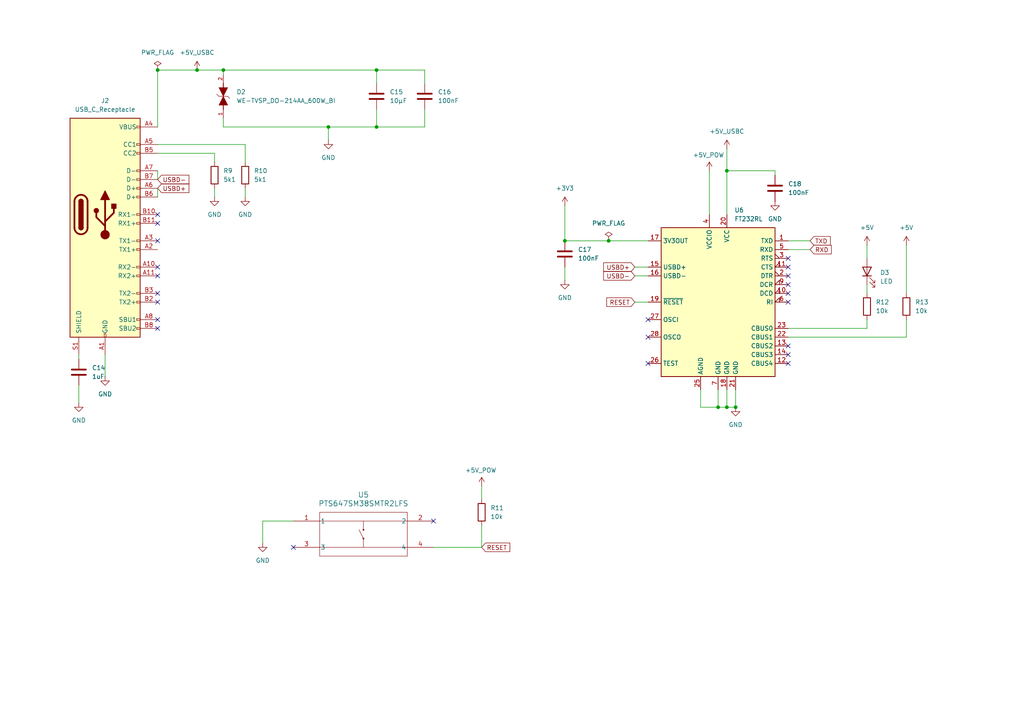
<source format=kicad_sch>
(kicad_sch (version 20231120) (generator "eeschema") (generator_version "8.0")
  (paper "A4")
  (lib_symbols
    (symbol "Connector:USB_C_Receptacle" (pin_names (offset 1.016))
      (property "Reference" "J" (at -10.16 29.21 0))
      (property "Value" "USB_C_Receptacle" (at 10.16 29.21 0))
      (symbol "USB_C_Receptacle_0_0"
        (rectangle (start -0.254 -35.56) (end 0.254 -34.544))
        (rectangle (start 10.16 -32.766) (end 9.144 -33.274))
        (rectangle (start 10.16 -30.226) (end 9.144 -30.734))
        (rectangle (start 10.16 -25.146) (end 9.144 -25.654))
        (rectangle (start 10.16 -22.606) (end 9.144 -23.114))
        (rectangle (start 10.16 -17.526) (end 9.144 -18.034))
        (rectangle (start 10.16 -14.986) (end 9.144 -15.494))
        (rectangle (start 10.16 -9.906) (end 9.144 -10.414))
        (rectangle (start 10.16 -7.366) (end 9.144 -7.874))
        (rectangle (start 10.16 -2.286) (end 9.144 -2.794))
        (rectangle (start 10.16 0.254) (end 9.144 -0.254))
        (rectangle (start 10.16 5.334) (end 9.144 4.826))
        (rectangle (start 10.16 7.874) (end 9.144 7.366))
        (rectangle (start 10.16 10.414) (end 9.144 9.906))
        (rectangle (start 10.16 12.954) (end 9.144 12.446))
        (rectangle (start 10.16 18.034) (end 9.144 17.526))
        (rectangle (start 10.16 20.574) (end 9.144 20.066))
        (rectangle (start 10.16 25.654) (end 9.144 25.146))
      )
      (symbol "USB_C_Receptacle_0_1"
        (rectangle (start -10.16 27.94) (end 10.16 -35.56) (stroke (width 0.254)) (fill (type background)))
        (arc (start -8.89 -3.81) (mid -6.985 -5.7067) (end -5.08 -3.81) (stroke (width 0.508)))
        (arc (start -7.62 -3.81) (mid -6.985 -4.4423) (end -6.35 -3.81) (stroke (width 0.254)))
        (arc (start -7.62 -3.81) (mid -6.985 -4.4423) (end -6.35 -3.81) (stroke (width 0.254)) (fill (type outline)))
        (rectangle (start -7.62 -3.81) (end -6.35 3.81) (stroke (width 0.254)) (fill (type outline)))
        (arc (start -6.35 3.81) (mid -6.985 4.4423) (end -7.62 3.81) (stroke (width 0.254)))
        (arc (start -6.35 3.81) (mid -6.985 4.4423) (end -7.62 3.81) (stroke (width 0.254)) (fill (type outline)))
        (arc (start -5.08 3.81) (mid -6.985 5.7067) (end -8.89 3.81) (stroke (width 0.508)))
        (polyline (pts (xy -8.89 -3.81) (xy -8.89 3.81)) (stroke (width 0.508)))
        (polyline (pts (xy -5.08 3.81) (xy -5.08 -3.81)) (stroke (width 0.508)))
      )
      (symbol "USB_C_Receptacle_1_1"
        (circle (center -2.54 1.143) (radius 0.635) (stroke (width 0.254)) (fill (type outline)))
        (circle (center 0 -5.842) (radius 1.27) (fill (type outline)))
        (polyline (pts (xy 0 -5.842) (xy 0 4.318)) (stroke (width 0.508)))
        (polyline (pts (xy 0 -3.302) (xy -2.54 -0.762) (xy -2.54 0.508)) (stroke (width 0.508)))
        (polyline (pts (xy 0 -2.032) (xy 2.54 0.508) (xy 2.54 1.778)) (stroke (width 0.508)))
        (polyline (pts (xy -1.27 4.318) (xy 0 6.858) (xy 1.27 4.318) (xy -1.27 4.318)) (stroke (width 0.254)) (fill (type outline)))
        (rectangle (start 1.905 1.778) (end 3.175 3.048) (stroke (width 0.254)) (fill (type outline)))
        (pin passive line (at 0 -40.64 90) (length 5.08) (name "GND") (number "A1"))
        (pin bidirectional line (at 15.24 -15.24 180) (length 5.08) (name "RX2-") (number "A10"))
        (pin bidirectional line (at 15.24 -17.78 180) (length 5.08) (name "RX2+") (number "A11"))
        (pin passive line (at 0 -40.64 90) (length 5.08) hide (name "GND") (number "A12"))
        (pin bidirectional line (at 15.24 -10.16 180) (length 5.08) (name "TX1+") (number "A2"))
        (pin bidirectional line (at 15.24 -7.62 180) (length 5.08) (name "TX1-") (number "A3"))
        (pin passive line (at 15.24 25.4 180) (length 5.08) (name "VBUS") (number "A4"))
        (pin bidirectional line (at 15.24 20.32 180) (length 5.08) (name "CC1") (number "A5"))
        (pin bidirectional line (at 15.24 7.62 180) (length 5.08) (name "D+") (number "A6"))
        (pin bidirectional line (at 15.24 12.7 180) (length 5.08) (name "D-") (number "A7"))
        (pin bidirectional line (at 15.24 -30.48 180) (length 5.08) (name "SBU1") (number "A8"))
        (pin passive line (at 15.24 25.4 180) (length 5.08) hide (name "VBUS") (number "A9"))
        (pin passive line (at 0 -40.64 90) (length 5.08) hide (name "GND") (number "B1"))
        (pin bidirectional line (at 15.24 0 180) (length 5.08) (name "RX1-") (number "B10"))
        (pin bidirectional line (at 15.24 -2.54 180) (length 5.08) (name "RX1+") (number "B11"))
        (pin passive line (at 0 -40.64 90) (length 5.08) hide (name "GND") (number "B12"))
        (pin bidirectional line (at 15.24 -25.4 180) (length 5.08) (name "TX2+") (number "B2"))
        (pin bidirectional line (at 15.24 -22.86 180) (length 5.08) (name "TX2-") (number "B3"))
        (pin passive line (at 15.24 25.4 180) (length 5.08) hide (name "VBUS") (number "B4"))
        (pin bidirectional line (at 15.24 17.78 180) (length 5.08) (name "CC2") (number "B5"))
        (pin bidirectional line (at 15.24 5.08 180) (length 5.08) (name "D+") (number "B6"))
        (pin bidirectional line (at 15.24 10.16 180) (length 5.08) (name "D-") (number "B7"))
        (pin bidirectional line (at 15.24 -33.02 180) (length 5.08) (name "SBU2") (number "B8"))
        (pin passive line (at 15.24 25.4 180) (length 5.08) hide (name "VBUS") (number "B9"))
        (pin passive line (at -7.62 -40.64 90) (length 5.08) (name "SHIELD") (number "S1"))
      )
    )
    (symbol "Device:C" (pin_numbers hide) (pin_names (offset 0.254))
      (property "Reference" "C" (at 0.635 2.54 0))
      (property "Value" "C" (at 0.635 -2.54 0))
      (symbol "C_0_1"
        (polyline (pts (xy -2.032 -0.762) (xy 2.032 -0.762)) (stroke (width 0.508)))
        (polyline (pts (xy -2.032 0.762) (xy 2.032 0.762)) (stroke (width 0.508)))
      )
      (symbol "C_1_1"
        (pin passive line (at 0 3.81 270) (length 2.794) (name "~") (number "1"))
        (pin passive line (at 0 -3.81 90) (length 2.794) (name "~") (number "2"))
      )
    )
    (symbol "Device:LED" (pin_numbers hide) (pin_names (offset 1.016) hide)
      (property "Reference" "D" (at 0 2.54 0))
      (property "Value" "LED" (at 0 -2.54 0))
      (symbol "LED_0_1"
        (polyline (pts (xy -1.27 -1.27) (xy -1.27 1.27)) (stroke (width 0.254)))
        (polyline (pts (xy -1.27 0) (xy 1.27 0)))
        (polyline (pts (xy 1.27 -1.27) (xy 1.27 1.27) (xy -1.27 0) (xy 1.27 -1.27)) (stroke (width 0.254)))
        (polyline (pts (xy -3.048 -0.762) (xy -4.572 -2.286) (xy -3.81 -2.286) (xy -4.572 -2.286) (xy -4.572 -1.524)))
        (polyline (pts (xy -1.778 -0.762) (xy -3.302 -2.286) (xy -2.54 -2.286) (xy -3.302 -2.286) (xy -3.302 -1.524)))
      )
      (symbol "LED_1_1"
        (pin passive line (at -3.81 0 0) (length 2.54) (name "K") (number "1"))
        (pin passive line (at 3.81 0 180) (length 2.54) (name "A") (number "2"))
      )
    )
    (symbol "Device:R" (pin_numbers hide) (pin_names (offset 0))
      (property "Reference" "R" (at 2.032 0 90))
      (property "Value" "R" (at 0 0 90))
      (symbol "R_0_1"
        (rectangle (start -1.016 -2.54) (end 1.016 2.54) (stroke (width 0.254)))
      )
      (symbol "R_1_1"
        (pin passive line (at 0 3.81 270) (length 1.27) (name "~") (number "1"))
        (pin passive line (at 0 -3.81 90) (length 1.27) (name "~") (number "2"))
      )
    )
    (symbol "Imported_Component_Symbols:PTS647SM38SMTR2LFS" (pin_names (offset 0.254))
      (property "Reference" "U" (at 20.32 7.62 0))
      (property "Value" "PTS647SM38SMTR2LFS" (at 20.32 5.08 0))
      (symbol "PTS647SM38SMTR2LFS_0_1"
        (polyline (pts (xy 7.62 -10.16) (xy 33.02 -10.16)) (stroke (width 0.127)))
        (polyline (pts (xy 7.62 -7.62) (xy 33.02 -7.62)) (stroke (width 0.127)))
        (polyline (pts (xy 7.62 0) (xy 33.02 0)) (stroke (width 0.127)))
        (polyline (pts (xy 7.62 2.54) (xy 7.62 -10.16)) (stroke (width 0.127)))
        (polyline (pts (xy 20.32 -5.08) (xy 19.05 -2.54)) (stroke (width 0.127)))
        (polyline (pts (xy 20.32 -5.08) (xy 20.32 -7.62)) (stroke (width 0.127)))
        (polyline (pts (xy 20.32 0) (xy 20.32 -2.54)) (stroke (width 0.127)))
        (polyline (pts (xy 33.02 -10.16) (xy 33.02 2.54)) (stroke (width 0.127)))
        (polyline (pts (xy 33.02 2.54) (xy 7.62 2.54)) (stroke (width 0.127)))
        (circle (center 20.32 -5.08) (radius 0.127) (stroke (width 0.254)))
        (circle (center 20.32 -2.54) (radius 0.127) (stroke (width 0.254)))
        (pin unspecified line (at 0 0 0) (length 7.62) (name "1") (number "1"))
        (pin unspecified line (at 40.64 0 180) (length 7.62) (name "2") (number "2"))
        (pin unspecified line (at 0 -7.62 0) (length 7.62) (name "3") (number "3"))
        (pin unspecified line (at 40.64 -7.62 180) (length 7.62) (name "4") (number "4"))
      )
    )
    (symbol "Imported_Component_Symbols:WE-TVSP_DO-214AA_600W_BI" (pin_names (offset 1.016))
      (property "Reference" "D" (at 1.27 2.54 0))
      (property "Value" "WE-TVSP_DO-214AA_600W_BI" (at -2.54 -3.81 0))
      (symbol "WE-TVSP_DO-214AA_600W_BI_0_0"
        (polyline (pts (xy -2.54 0) (xy -1.27 0)) (stroke (width 0.254)))
        (polyline (pts (xy -0.635 0) (xy -1.27 0)) (stroke (width 0.254)))
        (polyline (pts (xy 1.27 -1.27) (xy 0.635 -1.905)) (stroke (width 0.127)))
        (polyline (pts (xy 1.27 1.27) (xy 1.27 -1.27)) (stroke (width 0.127)))
        (polyline (pts (xy 1.905 1.905) (xy 1.27 1.27)) (stroke (width 0.127)))
        (polyline (pts (xy 3.175 0) (xy 3.81 0)) (stroke (width 0.254)))
        (polyline (pts (xy 5.08 0) (xy 3.81 0)) (stroke (width 0.254)))
        (polyline (pts (xy -1.27 1.27) (xy -1.27 -1.27) (xy 1.27 0) (xy -1.27 1.27)) (stroke (width 0.127)) (fill (type outline)))
        (polyline (pts (xy 3.81 -1.27) (xy 3.81 1.27) (xy 1.27 0) (xy 3.81 -1.27)) (stroke (width 0.127)) (fill (type outline)))
        (pin passive line (at -5.08 0 0) (length 2.54) (name "~") (number "1"))
        (pin passive line (at 7.62 0 180) (length 2.54) (name "~") (number "2"))
      )
    )
    (symbol "Interface_USB:FT232RL"
      (property "Reference" "U" (at -16.51 22.86 0))
      (property "Value" "FT232RL" (at 10.16 22.86 0))
      (symbol "FT232RL_0_1"
        (rectangle (start -16.51 21.59) (end 16.51 -21.59) (stroke (width 0.254)) (fill (type background)))
      )
      (symbol "FT232RL_1_1"
        (pin output line (at 20.32 17.78 180) (length 3.81) (name "TXD") (number "1"))
        (pin input input_low (at 20.32 2.54 180) (length 3.81) (name "DCD") (number "10"))
        (pin input input_low (at 20.32 10.16 180) (length 3.81) (name "CTS") (number "11"))
        (pin bidirectional line (at 20.32 -17.78 180) (length 3.81) (name "CBUS4") (number "12"))
        (pin bidirectional line (at 20.32 -12.7 180) (length 3.81) (name "CBUS2") (number "13"))
        (pin bidirectional line (at 20.32 -15.24 180) (length 3.81) (name "CBUS3") (number "14"))
        (pin bidirectional line (at -20.32 10.16 0) (length 3.81) (name "USBD+") (number "15"))
        (pin bidirectional line (at -20.32 7.62 0) (length 3.81) (name "USBD-") (number "16"))
        (pin power_out line (at -20.32 17.78 0) (length 3.81) (name "3V3OUT") (number "17"))
        (pin power_in line (at 2.54 -25.4 90) (length 3.81) (name "GND") (number "18"))
        (pin input line (at -20.32 0 0) (length 3.81) (name "~{RESET}") (number "19"))
        (pin output output_low (at 20.32 7.62 180) (length 3.81) (name "DTR") (number "2"))
        (pin power_in line (at 2.54 25.4 270) (length 3.81) (name "VCC") (number "20"))
        (pin power_in line (at 5.08 -25.4 90) (length 3.81) (name "GND") (number "21"))
        (pin bidirectional line (at 20.32 -10.16 180) (length 3.81) (name "CBUS1") (number "22"))
        (pin bidirectional line (at 20.32 -7.62 180) (length 3.81) (name "CBUS0") (number "23"))
        (pin power_in line (at -5.08 -25.4 90) (length 3.81) (name "AGND") (number "25"))
        (pin input line (at -20.32 -17.78 0) (length 3.81) (name "TEST") (number "26"))
        (pin input line (at -20.32 -5.08 0) (length 3.81) (name "OSCI") (number "27"))
        (pin output line (at -20.32 -10.16 0) (length 3.81) (name "OSCO") (number "28"))
        (pin output output_low (at 20.32 12.7 180) (length 3.81) (name "RTS") (number "3"))
        (pin power_in line (at -2.54 25.4 270) (length 3.81) (name "VCCIO") (number "4"))
        (pin input line (at 20.32 15.24 180) (length 3.81) (name "RXD") (number "5"))
        (pin input input_low (at 20.32 0 180) (length 3.81) (name "RI") (number "6"))
        (pin power_in line (at 0 -25.4 90) (length 3.81) (name "GND") (number "7"))
        (pin input input_low (at 20.32 5.08 180) (length 3.81) (name "DCR") (number "9"))
      )
    )
    (symbol "power:+3V3" (power) (pin_numbers hide) (pin_names (offset 0) hide)
      (property "Value" "+3V3" (at 0 3.556 0))
      (symbol "+3V3_0_1"
        (polyline (pts (xy -0.762 1.27) (xy 0 2.54)))
        (polyline (pts (xy 0 0) (xy 0 2.54)))
        (polyline (pts (xy 0 2.54) (xy 0.762 1.27)))
      )
      (symbol "+3V3_1_1"
        (pin power_in line (at 0 0 90) (length 0) (name "~") (number "1"))
      )
    )
    (symbol "power:+5C" (power) (pin_numbers hide) (pin_names (offset 0) hide)
      (property "Value" "+5C" (at 0 3.556 0))
      (symbol "+5C_0_1"
        (polyline (pts (xy -0.762 1.27) (xy 0 2.54)))
        (polyline (pts (xy 0 0) (xy 0 2.54)))
        (polyline (pts (xy 0 2.54) (xy 0.762 1.27)))
      )
      (symbol "+5C_1_1"
        (pin power_in line (at 0 0 90) (length 0) (name "~") (number "1"))
      )
    )
    (symbol "power:+5V" (power) (pin_numbers hide) (pin_names (offset 0) hide)
      (property "Value" "+5V" (at 0 3.556 0))
      (symbol "+5V_0_1"
        (polyline (pts (xy -0.762 1.27) (xy 0 2.54)))
        (polyline (pts (xy 0 0) (xy 0 2.54)))
        (polyline (pts (xy 0 2.54) (xy 0.762 1.27)))
      )
      (symbol "+5V_1_1"
        (pin power_in line (at 0 0 90) (length 0) (name "~") (number "1"))
      )
    )
    (symbol "power:+5VP" (power) (pin_numbers hide) (pin_names (offset 0) hide)
      (property "Value" "+5VP" (at 0 3.556 0))
      (symbol "+5VP_0_1"
        (polyline (pts (xy -0.762 1.27) (xy 0 2.54)))
        (polyline (pts (xy 0 0) (xy 0 2.54)))
        (polyline (pts (xy 0 2.54) (xy 0.762 1.27)))
      )
      (symbol "+5VP_1_1"
        (pin power_in line (at 0 0 90) (length 0) (name "~") (number "1"))
      )
    )
    (symbol "power:GND" (power) (pin_numbers hide) (pin_names (offset 0) hide)
      (property "Value" "GND" (at 0 -3.81 0))
      (symbol "GND_0_1"
        (polyline (pts (xy 0 0) (xy 0 -1.27) (xy 1.27 -1.27) (xy 0 -2.54) (xy -1.27 -1.27) (xy 0 -1.27)))
      )
      (symbol "GND_1_1"
        (pin power_in line (at 0 0 270) (length 0) (name "~") (number "1"))
      )
    )
    (symbol "power:PWR_FLAG" (power) (pin_numbers hide) (pin_names (offset 0) hide)
      (property "Value" "PWR_FLAG" (at 0 3.81 0))
      (symbol "PWR_FLAG_0_0"
        (pin power_out line (at 0 0 90) (length 0) (name "~") (number "1"))
      )
      (symbol "PWR_FLAG_0_1"
        (polyline (pts (xy 0 0) (xy 0 1.27) (xy -1.016 1.905) (xy 0 2.54) (xy 1.016 1.905) (xy 0 1.27)))
      )
    )
  )
  (junction (at 208.28 118.11))
  (junction (at 95.25 36.83))
  (junction (at 109.22 36.83))
  (junction (at 176.53 69.85))
  (junction (at 163.83 69.85))
  (junction (at 109.22 20.32))
  (junction (at 45.72 20.32))
  (junction (at 57.15 20.32))
  (junction (at 210.82 49.53))
  (junction (at 213.36 118.11))
  (junction (at 210.82 118.11))
  (junction (at 64.77 20.32))
  (no_connect (at 228.6 87.63))
  (no_connect (at 187.96 97.79))
  (no_connect (at 228.6 82.55))
  (no_connect (at 85.09 158.75))
  (no_connect (at 228.6 74.93))
  (no_connect (at 228.6 102.87))
  (no_connect (at 228.6 77.47))
  (no_connect (at 187.96 92.71))
  (no_connect (at 45.72 69.85))
  (no_connect (at 45.72 95.25))
  (no_connect (at 45.72 92.71))
  (no_connect (at 228.6 100.33))
  (no_connect (at 228.6 85.09))
  (no_connect (at 45.72 77.47))
  (no_connect (at 187.96 105.41))
  (no_connect (at 45.72 87.63))
  (no_connect (at 45.72 64.77))
  (no_connect (at 125.73 151.13))
  (no_connect (at 45.72 80.01))
  (no_connect (at 228.6 105.41))
  (no_connect (at 45.72 85.09))
  (no_connect (at 228.6 80.01))
  (no_connect (at 45.72 62.23))
  (wire (pts (xy 251.46 82.55) (xy 251.46 85.09)))
  (wire (pts (xy 125.73 158.75) (xy 139.7 158.75)))
  (wire (pts (xy 163.83 77.47) (xy 163.83 81.28)))
  (wire (pts (xy 57.15 20.32) (xy 64.77 20.32)))
  (wire (pts (xy 234.95 72.39) (xy 228.6 72.39)))
  (wire (pts (xy 22.86 111.76) (xy 22.86 116.84)))
  (wire (pts (xy 45.72 44.45) (xy 62.23 44.45)))
  (wire (pts (xy 251.46 71.12) (xy 251.46 74.93)))
  (wire (pts (xy 176.53 69.85) (xy 187.96 69.85)))
  (wire (pts (xy 109.22 36.83) (xy 109.22 31.75)))
  (wire (pts (xy 71.12 41.91) (xy 71.12 46.99)))
  (wire (pts (xy 184.15 80.01) (xy 187.96 80.01)))
  (wire (pts (xy 224.79 50.8) (xy 224.79 49.53)))
  (wire (pts (xy 123.19 20.32) (xy 109.22 20.32)))
  (wire (pts (xy 251.46 92.71) (xy 251.46 95.25)))
  (wire (pts (xy 71.12 54.61) (xy 71.12 57.15)))
  (wire (pts (xy 123.19 36.83) (xy 109.22 36.83)))
  (wire (pts (xy 184.15 77.47) (xy 187.96 77.47)))
  (wire (pts (xy 208.28 113.03) (xy 208.28 118.11)))
  (wire (pts (xy 123.19 24.13) (xy 123.19 20.32)))
  (wire (pts (xy 109.22 24.13) (xy 109.22 20.32)))
  (wire (pts (xy 210.82 118.11) (xy 213.36 118.11)))
  (wire (pts (xy 109.22 20.32) (xy 64.77 20.32)))
  (wire (pts (xy 262.89 92.71) (xy 262.89 97.79)))
  (wire (pts (xy 62.23 44.45) (xy 62.23 46.99)))
  (wire (pts (xy 203.2 118.11) (xy 208.28 118.11)))
  (wire (pts (xy 262.89 97.79) (xy 228.6 97.79)))
  (wire (pts (xy 95.25 36.83) (xy 109.22 36.83)))
  (wire (pts (xy 139.7 140.97) (xy 139.7 144.78)))
  (wire (pts (xy 30.48 102.87) (xy 30.48 109.22)))
  (wire (pts (xy 213.36 113.03) (xy 213.36 118.11)))
  (wire (pts (xy 76.2 151.13) (xy 76.2 157.48)))
  (wire (pts (xy 22.86 102.87) (xy 22.86 104.14)))
  (wire (pts (xy 205.74 62.23) (xy 205.74 49.53)))
  (wire (pts (xy 123.19 31.75) (xy 123.19 36.83)))
  (wire (pts (xy 45.72 49.53) (xy 45.72 52.07)))
  (wire (pts (xy 64.77 34.29) (xy 64.77 36.83)))
  (wire (pts (xy 95.25 36.83) (xy 95.25 40.64)))
  (wire (pts (xy 45.72 54.61) (xy 45.72 57.15)))
  (wire (pts (xy 163.83 69.85) (xy 176.53 69.85)))
  (wire (pts (xy 64.77 21.59) (xy 64.77 20.32)))
  (wire (pts (xy 184.15 87.63) (xy 187.96 87.63)))
  (wire (pts (xy 163.83 59.69) (xy 163.83 69.85)))
  (wire (pts (xy 208.28 118.11) (xy 210.82 118.11)))
  (wire (pts (xy 210.82 49.53) (xy 210.82 62.23)))
  (wire (pts (xy 45.72 20.32) (xy 45.72 36.83)))
  (wire (pts (xy 210.82 113.03) (xy 210.82 118.11)))
  (wire (pts (xy 45.72 20.32) (xy 57.15 20.32)))
  (wire (pts (xy 224.79 49.53) (xy 210.82 49.53)))
  (wire (pts (xy 203.2 113.03) (xy 203.2 118.11)))
  (wire (pts (xy 251.46 95.25) (xy 228.6 95.25)))
  (wire (pts (xy 45.72 41.91) (xy 71.12 41.91)))
  (wire (pts (xy 262.89 71.12) (xy 262.89 85.09)))
  (wire (pts (xy 76.2 151.13) (xy 85.09 151.13)))
  (wire (pts (xy 139.7 158.75) (xy 139.7 152.4)))
  (wire (pts (xy 234.95 69.85) (xy 228.6 69.85)))
  (wire (pts (xy 62.23 54.61) (xy 62.23 57.15)))
  (wire (pts (xy 210.82 43.18) (xy 210.82 49.53)))
  (wire (pts (xy 64.77 36.83) (xy 95.25 36.83)))
  (global_label "RESET" (shape input) (at 139.7 158.75 0) (property "Intersheetrefs" "${INTERSHEET_REFS}" (effects (hide yes))))
  (global_label "USBD+" (shape input) (at 184.15 77.47 180) (property "Intersheetrefs" "${INTERSHEET_REFS}" (effects (hide yes))))
  (global_label "RXD" (shape input) (at 234.95 72.39 0) (property "Intersheetrefs" "${INTERSHEET_REFS}" (effects (hide yes))))
  (global_label "USBD+" (shape input) (at 45.72 54.61 0) (property "Intersheetrefs" "${INTERSHEET_REFS}" (effects (hide yes))))
  (global_label "USBD-" (shape input) (at 45.72 52.07 0) (property "Intersheetrefs" "${INTERSHEET_REFS}" (effects (hide yes))))
  (global_label "TXD" (shape input) (at 234.95 69.85 0) (property "Intersheetrefs" "${INTERSHEET_REFS}" (effects (hide yes))))
  (global_label "USBD-" (shape input) (at 184.15 80.01 180) (property "Intersheetrefs" "${INTERSHEET_REFS}" (effects (hide yes))))
  (global_label "RESET" (shape input) (at 184.15 87.63 180) (property "Intersheetrefs" "${INTERSHEET_REFS}" (effects (hide yes))))
  (symbol (lib_id "Imported_Component_Symbols:WE-TVSP_DO-214AA_600W_BI") (at 64.77 29.21 90) (unit 1)
    (property "Reference" "D2" (at 68.58 26.6699 90) (effects (justify right)))
    (property "Value" "WE-TVSP_DO-214AA_600W_BI" (at 68.58 29.2099 90) (effects (justify right)))
    (property "Footprint" "WE-TVSP_DO-214AA_600W_BI:WE-TVSP_DO-214AA_BIDIRECTIONAL" (effects (hide yes)))
  )
  (symbol (lib_id "Device:C") (at 224.79 54.61 0) (unit 1)
    (property "Reference" "C18" (at 228.6 53.3399 0) (effects (justify left)))
    (property "Value" "100nF" (at 228.6 55.8799 0) (effects (justify left)))
    (property "Description" "Unpolarized capacitor" (effects (hide yes)))
  )
  (symbol (lib_id "Device:R") (at 62.23 50.8 0) (unit 1)
    (property "Reference" "R9" (at 64.77 49.5299 0) (effects (justify left)))
    (property "Value" "5k1" (at 64.77 52.0699 0) (effects (justify left)))
    (property "Description" "Resistor" (effects (hide yes)))
  )
  (symbol (lib_id "Device:R") (at 251.46 88.9 0) (unit 1)
    (property "Reference" "R12" (at 254 87.6299 0) (effects (justify left)))
    (property "Value" "10k" (at 254 90.1699 0) (effects (justify left)))
    (property "Description" "Resistor" (effects (hide yes)))
  )
  (symbol (lib_id "power:GND") (at 62.23 57.15 0) (unit 1)
    (property "Reference" "#PWR022" (effects (hide yes)))
    (property "Value" "GND" (at 62.23 62.23 0))
    (property "Description" "Power symbol creates a global label with name \"GND\" , ground" (effects (hide yes)))
  )
  (symbol (lib_id "power:+5C") (at 210.82 43.18 0) (unit 1)
    (property "Reference" "#PWR030" (effects (hide yes)))
    (property "Value" "+5V_USBC" (at 210.82 38.1 0))
    (property "Description" "Power symbol creates a global label with name \"+5C\"" (effects (hide yes)))
  )
  (symbol (lib_id "power:+5VP") (at 205.74 49.53 0) (unit 1)
    (property "Reference" "#PWR029" (effects (hide yes)))
    (property "Value" "+5V_POW" (at 205.486 44.958 0))
    (property "Description" "Power symbol creates a global label with name \"+5VP\"" (effects (hide yes)))
  )
  (symbol (lib_id "Device:C") (at 22.86 107.95 0) (unit 1)
    (property "Reference" "C14" (at 26.67 106.6799 0) (effects (justify left)))
    (property "Value" "1uF" (at 26.67 109.2199 0) (effects (justify left)))
    (property "Description" "Unpolarized capacitor" (effects (hide yes)))
  )
  (symbol (lib_id "power:GND") (at 71.12 57.15 0) (unit 1)
    (property "Reference" "#PWR023" (effects (hide yes)))
    (property "Value" "GND" (at 71.12 62.23 0))
    (property "Description" "Power symbol creates a global label with name \"GND\" , ground" (effects (hide yes)))
  )
  (symbol (lib_id "power:GND") (at 76.2 157.48 0) (unit 1)
    (property "Reference" "#PWR024" (effects (hide yes)))
    (property "Value" "GND" (at 76.2 162.56 0))
    (property "Description" "Power symbol creates a global label with name \"GND\" , ground" (effects (hide yes)))
  )
  (symbol (lib_id "power:GND") (at 163.83 81.28 0) (unit 1)
    (property "Reference" "#PWR028" (effects (hide yes)))
    (property "Value" "GND" (at 163.83 86.36 0))
    (property "Description" "Power symbol creates a global label with name \"GND\" , ground" (effects (hide yes)))
  )
  (symbol (lib_id "power:+5VP") (at 139.7 140.97 0) (unit 1)
    (property "Reference" "#PWR026" (effects (hide yes)))
    (property "Value" "+5V_POW" (at 139.446 136.398 0))
    (property "Description" "Power symbol creates a global label with name \"+5VP\"" (effects (hide yes)))
  )
  (symbol (lib_id "Device:R") (at 262.89 88.9 0) (unit 1)
    (property "Reference" "R13" (at 265.43 87.6299 0) (effects (justify left)))
    (property "Value" "10k" (at 265.43 90.1699 0) (effects (justify left)))
    (property "Description" "Resistor" (effects (hide yes)))
  )
  (symbol (lib_id "Connector:USB_C_Receptacle") (at 30.48 62.23 0) (unit 1)
    (property "Reference" "J2" (at 30.48 29.21 0))
    (property "Value" "USB_C_Receptacle" (at 30.48 31.75 0))
    (property "Footprint" "Connector_USB:USB_C_Receptacle_GCT_USB4085" (effects (hide yes)))
    (property "Datasheet" "https://www.usb.org/sites/default/files/documents/usb_type-c.zip" (effects (hide yes)))
    (property "Description" "USB Full-Featured Type-C Receptacle connector" (effects (hide yes)))
  )
  (symbol (lib_id "power:+5C") (at 57.15 20.32 0) (unit 1)
    (property "Reference" "#PWR021" (effects (hide yes)))
    (property "Value" "+5V_USBC" (at 57.15 15.24 0))
    (property "Description" "Power symbol creates a global label with name \"+5C\"" (effects (hide yes)))
  )
  (symbol (lib_id "Device:C") (at 163.83 73.66 0) (unit 1)
    (property "Reference" "C17" (at 167.64 72.3899 0) (effects (justify left)))
    (property "Value" "100nF" (at 167.64 74.9299 0) (effects (justify left)))
    (property "Description" "Unpolarized capacitor" (effects (hide yes)))
  )
  (symbol (lib_id "power:GND") (at 224.79 58.42 0) (unit 1)
    (property "Reference" "#PWR032" (effects (hide yes)))
    (property "Value" "GND" (at 224.79 63.5 0))
    (property "Description" "Power symbol creates a global label with name \"GND\" , ground" (effects (hide yes)))
  )
  (symbol (lib_id "power:PWR_FLAG") (at 45.72 20.32 0) (unit 1)
    (property "Reference" "#FLG02" (effects (hide yes)))
    (property "Value" "PWR_FLAG" (at 45.72 15.24 0))
    (property "Description" "Special symbol for telling ERC where power comes from" (effects (hide yes)))
  )
  (symbol (lib_id "power:GND") (at 30.48 109.22 0) (unit 1)
    (property "Reference" "#PWR020" (effects (hide yes)))
    (property "Value" "GND" (at 30.48 114.3 0))
    (property "Description" "Power symbol creates a global label with name \"GND\" , ground" (effects (hide yes)))
  )
  (symbol (lib_id "Device:R") (at 139.7 148.59 0) (unit 1)
    (property "Reference" "R11" (at 142.24 147.3199 0) (effects (justify left)))
    (property "Value" "10k" (at 142.24 149.8599 0) (effects (justify left)))
    (property "Description" "Resistor" (effects (hide yes)))
  )
  (symbol (lib_id "Interface_USB:FT232RL") (at 208.28 87.63 0) (unit 1)
    (property "Reference" "U6" (at 213.0141 60.96 0) (effects (justify left)))
    (property "Value" "FT232RL" (at 213.0141 63.5 0) (effects (justify left)))
    (property "Footprint" "Package_SO:SSOP-28_5.3x10.2mm_P0.65mm" (effects (hide yes)))
    (property "Datasheet" "https://www.ftdichip.com/Support/Documents/DataSheets/ICs/DS_FT232R.pdf" (effects (hide yes)))
    (property "Description" "USB to Serial Interface, SSOP-28" (effects (hide yes)))
  )
  (symbol (lib_id "Imported_Component_Symbols:PTS647SM38SMTR2LFS") (at 85.09 151.13 0) (unit 1)
    (property "Reference" "U5" (at 105.41 143.51 0) (effects (font (size 1.524 1.524))))
    (property "Value" "PTS647SM38SMTR2LFS" (at 105.41 146.05 0) (effects (font (size 1.524 1.524))))
    (property "Footprint" "Imported_Component_Footprints:SW_PTS647SM38SMTR2LFS_CNK" (effects (hide yes)))
    (property "Datasheet" "PTS647SM38SMTR2LFS" (effects (hide yes)))
  )
  (symbol (lib_id "power:GND") (at 22.86 116.84 0) (unit 1)
    (property "Reference" "#PWR019" (effects (hide yes)))
    (property "Value" "GND" (at 22.86 121.92 0))
    (property "Description" "Power symbol creates a global label with name \"GND\" , ground" (effects (hide yes)))
  )
  (symbol (lib_id "Device:R") (at 71.12 50.8 0) (unit 1)
    (property "Reference" "R10" (at 73.66 49.5299 0) (effects (justify left)))
    (property "Value" "5k1" (at 73.66 52.0699 0) (effects (justify left)))
    (property "Description" "Resistor" (effects (hide yes)))
  )
  (symbol (lib_id "power:PWR_FLAG") (at 176.53 69.85 0) (unit 1)
    (property "Reference" "#FLG03" (effects (hide yes)))
    (property "Value" "PWR_FLAG" (at 176.53 64.77 0))
    (property "Description" "Special symbol for telling ERC where power comes from" (effects (hide yes)))
  )
  (symbol (lib_id "power:+5V") (at 262.89 71.12 0) (unit 1)
    (property "Reference" "#PWR034" (effects (hide yes)))
    (property "Value" "+5V" (at 262.89 66.04 0))
    (property "Description" "Power symbol creates a global label with name \"+5V\"" (effects (hide yes)))
  )
  (symbol (lib_id "power:GND") (at 213.36 118.11 0) (unit 1)
    (property "Reference" "#PWR031" (effects (hide yes)))
    (property "Value" "GND" (at 213.36 123.19 0))
    (property "Description" "Power symbol creates a global label with name \"GND\" , ground" (effects (hide yes)))
  )
  (symbol (lib_id "Device:C") (at 123.19 27.94 0) (unit 1)
    (property "Reference" "C16" (at 127 26.6699 0) (effects (justify left)))
    (property "Value" "100nF" (at 127 29.2099 0) (effects (justify left)))
    (property "Description" "Unpolarized capacitor" (effects (hide yes)))
  )
  (symbol (lib_id "power:+3V3") (at 163.83 59.69 0) (unit 1)
    (property "Reference" "#PWR027" (effects (hide yes)))
    (property "Value" "+3V3" (at 163.83 54.61 0))
    (property "Description" "Power symbol creates a global label with name \"+3V3\"" (effects (hide yes)))
  )
  (symbol (lib_id "Device:LED") (at 251.46 78.74 90) (unit 1)
    (property "Reference" "D3" (at 255.27 79.0574 90) (effects (justify right)))
    (property "Value" "LED" (at 255.27 81.5974 90) (effects (justify right)))
    (property "Description" "Light emitting diode" (effects (hide yes)))
  )
  (symbol (lib_id "power:GND") (at 95.25 40.64 0) (unit 1)
    (property "Reference" "#PWR025" (effects (hide yes)))
    (property "Value" "GND" (at 95.25 45.72 0))
    (property "Description" "Power symbol creates a global label with name \"GND\" , ground" (effects (hide yes)))
  )
  (symbol (lib_id "power:+5V") (at 251.46 71.12 0) (unit 1)
    (property "Reference" "#PWR033" (effects (hide yes)))
    (property "Value" "+5V" (at 251.46 66.04 0))
    (property "Description" "Power symbol creates a global label with name \"+5V\"" (effects (hide yes)))
  )
  (symbol (lib_id "Device:C") (at 109.22 27.94 0) (unit 1)
    (property "Reference" "C15" (at 113.03 26.6699 0) (effects (justify left)))
    (property "Value" "10µF" (at 113.03 29.2099 0) (effects (justify left)))
    (property "Description" "Unpolarized capacitor" (effects (hide yes)))
  )
)
</source>
